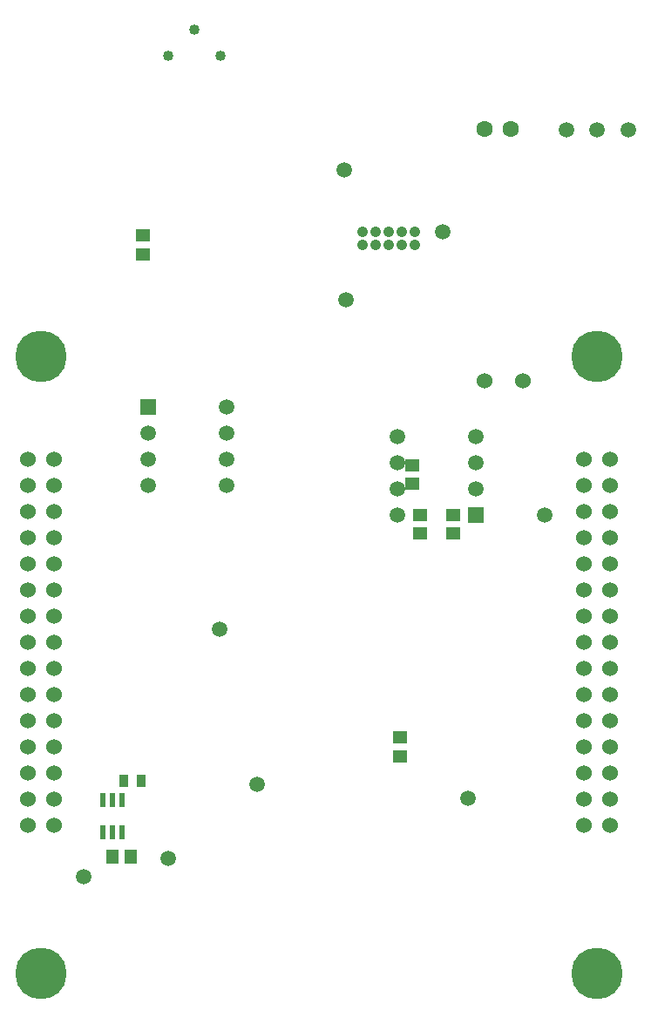
<source format=gbr>
G04 Layer_Color=255*
%FSLAX26Y26*%
%MOIN*%
%TF.FileFunction,Pads,Bot*%
%TF.Part,Single*%
G01*
G75*
%TA.AperFunction,SMDPad,CuDef*%
%ADD10R,0.033465X0.051181*%
%ADD11R,0.057087X0.045276*%
%ADD12R,0.045276X0.057087*%
%TA.AperFunction,ComponentPad*%
%ADD25C,0.059055*%
%ADD26C,0.060000*%
%ADD27C,0.062992*%
%ADD28C,0.040000*%
%ADD29R,0.059055X0.059055*%
%TA.AperFunction,ViaPad*%
%ADD30C,0.196850*%
%TA.AperFunction,ComponentPad*%
%ADD31C,0.042000*%
%TA.AperFunction,SMDPad,CuDef*%
%ADD48R,0.021654X0.055118*%
D10*
X-945976Y-2075152D02*
D03*
X-1012904D02*
D03*
D11*
X43694Y-1979638D02*
D03*
Y-1908772D02*
D03*
X-940000Y11432D02*
D03*
Y-59434D02*
D03*
X246582Y-1056726D02*
D03*
Y-1127594D02*
D03*
X90716Y-939026D02*
D03*
Y-868160D02*
D03*
X121582Y-1127594D02*
D03*
Y-1056728D02*
D03*
D12*
X-1054874Y-2365152D02*
D03*
X-984008D02*
D03*
D25*
X303465Y-2142522D02*
D03*
X598465Y-1057522D02*
D03*
X-170000Y260998D02*
D03*
X-1166535Y-2442522D02*
D03*
X680354Y415825D02*
D03*
X798465D02*
D03*
X916575D02*
D03*
X-841535Y-2372522D02*
D03*
X209000Y26998D02*
D03*
X-646307Y-1494207D02*
D03*
X-503307Y-2089207D02*
D03*
X-162000Y-235002D02*
D03*
X35716Y-757592D02*
D03*
Y-857592D02*
D03*
Y-957592D02*
D03*
Y-1057592D02*
D03*
X335716Y-757592D02*
D03*
Y-857592D02*
D03*
Y-957592D02*
D03*
X-619000Y-943002D02*
D03*
Y-843002D02*
D03*
Y-743002D02*
D03*
Y-643002D02*
D03*
X-919000Y-943002D02*
D03*
Y-843002D02*
D03*
Y-743002D02*
D03*
D26*
X848464Y-2244018D02*
D03*
Y-2144018D02*
D03*
Y-2044018D02*
D03*
Y-1944018D02*
D03*
Y-1844018D02*
D03*
Y-1744018D02*
D03*
Y-1644018D02*
D03*
Y-1544018D02*
D03*
Y-1444018D02*
D03*
Y-1344018D02*
D03*
Y-1244018D02*
D03*
Y-1144018D02*
D03*
Y-1044018D02*
D03*
Y-944018D02*
D03*
Y-844018D02*
D03*
X748464Y-2244018D02*
D03*
Y-2144018D02*
D03*
Y-2044018D02*
D03*
Y-1944018D02*
D03*
Y-1844018D02*
D03*
Y-1744018D02*
D03*
Y-1644018D02*
D03*
Y-1544018D02*
D03*
Y-1444018D02*
D03*
Y-1344018D02*
D03*
Y-1244018D02*
D03*
Y-1144018D02*
D03*
Y-1044018D02*
D03*
Y-944018D02*
D03*
Y-844018D02*
D03*
X-1377520D02*
D03*
Y-944018D02*
D03*
Y-1044018D02*
D03*
Y-1144018D02*
D03*
Y-1244018D02*
D03*
Y-1344018D02*
D03*
Y-1444018D02*
D03*
Y-1544018D02*
D03*
Y-1644018D02*
D03*
Y-1744018D02*
D03*
Y-1844018D02*
D03*
Y-1944018D02*
D03*
Y-2044018D02*
D03*
Y-2144018D02*
D03*
Y-2244018D02*
D03*
X-1277520Y-844018D02*
D03*
Y-944018D02*
D03*
Y-1044018D02*
D03*
Y-1144018D02*
D03*
Y-1244018D02*
D03*
Y-1344018D02*
D03*
Y-1444018D02*
D03*
Y-1544018D02*
D03*
Y-1644018D02*
D03*
Y-1744018D02*
D03*
Y-1844018D02*
D03*
Y-1944018D02*
D03*
Y-2044018D02*
D03*
Y-2144018D02*
D03*
Y-2244018D02*
D03*
X516142Y-543900D02*
D03*
X366536D02*
D03*
D27*
X467000Y419998D02*
D03*
X367000D02*
D03*
D28*
X-841000Y698998D02*
D03*
X-641000D02*
D03*
X-741000Y798998D02*
D03*
D29*
X335716Y-1057592D02*
D03*
X-919000Y-643002D02*
D03*
D30*
X-1327520Y-2812522D02*
D03*
X798464D02*
D03*
X-1327520Y-450316D02*
D03*
X798464D02*
D03*
D31*
X100000Y25000D02*
D03*
Y-25000D02*
D03*
X50000Y25000D02*
D03*
Y-25000D02*
D03*
X0Y25000D02*
D03*
Y-25000D02*
D03*
X-50000Y25000D02*
D03*
Y-25000D02*
D03*
X-100000Y25000D02*
D03*
Y-25000D02*
D03*
D48*
X-1093142Y-2148034D02*
D03*
X-1055740D02*
D03*
X-1018338D02*
D03*
Y-2272048D02*
D03*
X-1055740D02*
D03*
X-1093142D02*
D03*
%TF.MD5,2cec8c244b4fdd96031324ec784454e9*%
M02*

</source>
